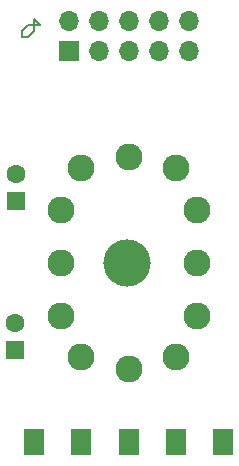
<source format=gbr>
%TF.GenerationSoftware,KiCad,Pcbnew,(6.0.0)*%
%TF.CreationDate,2023-04-30T17:40:05-04:00*%
%TF.ProjectId,nixitest1,6e697869-7465-4737-9431-2e6b69636164,rev?*%
%TF.SameCoordinates,Original*%
%TF.FileFunction,Soldermask,Bot*%
%TF.FilePolarity,Negative*%
%FSLAX46Y46*%
G04 Gerber Fmt 4.6, Leading zero omitted, Abs format (unit mm)*
G04 Created by KiCad (PCBNEW (6.0.0)) date 2023-04-30 17:40:05*
%MOMM*%
%LPD*%
G01*
G04 APERTURE LIST*
G04 Aperture macros list*
%AMRoundRect*
0 Rectangle with rounded corners*
0 $1 Rounding radius*
0 $2 $3 $4 $5 $6 $7 $8 $9 X,Y pos of 4 corners*
0 Add a 4 corners polygon primitive as box body*
4,1,4,$2,$3,$4,$5,$6,$7,$8,$9,$2,$3,0*
0 Add four circle primitives for the rounded corners*
1,1,$1+$1,$2,$3*
1,1,$1+$1,$4,$5*
1,1,$1+$1,$6,$7*
1,1,$1+$1,$8,$9*
0 Add four rect primitives between the rounded corners*
20,1,$1+$1,$2,$3,$4,$5,0*
20,1,$1+$1,$4,$5,$6,$7,0*
20,1,$1+$1,$6,$7,$8,$9,0*
20,1,$1+$1,$8,$9,$2,$3,0*%
G04 Aperture macros list end*
%ADD10C,0.150000*%
%ADD11C,4.000000*%
%ADD12C,2.280000*%
%ADD13R,1.750000X2.250000*%
%ADD14RoundRect,0.160000X0.640000X-0.640000X0.640000X0.640000X-0.640000X0.640000X-0.640000X-0.640000X0*%
%ADD15C,1.600000*%
%ADD16R,1.700000X1.700000*%
%ADD17O,1.700000X1.700000*%
G04 APERTURE END LIST*
D10*
X80970000Y-60860000D02*
X80970000Y-60360000D01*
X82470000Y-59860000D02*
X81970000Y-59360000D01*
X81970000Y-60360000D02*
X81470000Y-60860000D01*
X81970000Y-59360000D02*
X81970000Y-60360000D01*
X80970000Y-60360000D02*
X81470000Y-59860000D01*
X81470000Y-59860000D02*
X82470000Y-59860000D01*
X81470000Y-60860000D02*
X80970000Y-60860000D01*
D11*
%TO.C,U2*%
X89850000Y-80020000D03*
D12*
X86000000Y-72000000D03*
X84250000Y-75500000D03*
X84250000Y-80000000D03*
X84250000Y-80000000D03*
X84250000Y-84500000D03*
X86000000Y-88000000D03*
X90000000Y-89000000D03*
X94000000Y-88000000D03*
X95750000Y-84500000D03*
X95750000Y-80000000D03*
X95750000Y-75500000D03*
X94000000Y-72000000D03*
X90000000Y-71000000D03*
%TD*%
D13*
%TO.C,J6*%
X98000000Y-95125000D03*
%TD*%
%TO.C,J5*%
X94000000Y-95125000D03*
%TD*%
%TO.C,J3*%
X90000000Y-95125000D03*
%TD*%
D14*
%TO.C,NE1*%
X80390000Y-87370000D03*
D15*
X80390000Y-85120000D03*
%TD*%
D14*
%TO.C,NE2*%
X80430000Y-74735000D03*
D15*
X80430000Y-72485000D03*
%TD*%
D13*
%TO.C,J4*%
X86000000Y-95125000D03*
%TD*%
%TO.C,J2*%
X82000000Y-95125000D03*
%TD*%
D16*
%TO.C,J1*%
X84910000Y-62020000D03*
D17*
X84910000Y-59480000D03*
X87450000Y-62020000D03*
X87450000Y-59480000D03*
X89990000Y-62020000D03*
X89990000Y-59480000D03*
X92530000Y-62020000D03*
X92530000Y-59480000D03*
X95070000Y-62020000D03*
X95070000Y-59480000D03*
%TD*%
M02*

</source>
